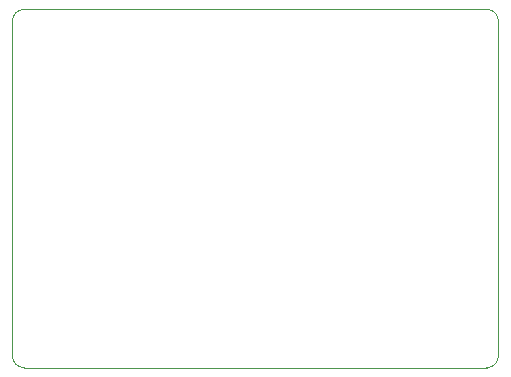
<source format=gbr>
%TF.GenerationSoftware,KiCad,Pcbnew,9.0.0*%
%TF.CreationDate,2025-03-09T00:38:04-06:00*%
%TF.ProjectId,Protyping board,50726f74-7970-4696-9e67-20626f617264,rev?*%
%TF.SameCoordinates,Original*%
%TF.FileFunction,Profile,NP*%
%FSLAX46Y46*%
G04 Gerber Fmt 4.6, Leading zero omitted, Abs format (unit mm)*
G04 Created by KiCad (PCBNEW 9.0.0) date 2025-03-09 00:38:04*
%MOMM*%
%LPD*%
G01*
G04 APERTURE LIST*
%TA.AperFunction,Profile*%
%ADD10C,0.050000*%
%TD*%
G04 APERTURE END LIST*
D10*
X58300000Y-124450000D02*
G75*
G02*
X59300000Y-123450000I1000000J0D01*
G01*
X98450000Y-123450000D02*
G75*
G02*
X99450000Y-124450000I0J-1000000D01*
G01*
X58300000Y-152800000D02*
X58300000Y-124450000D01*
X99450000Y-124450000D02*
X99450000Y-152800000D01*
X99450000Y-152800000D02*
G75*
G02*
X98450000Y-153800000I-1000000J0D01*
G01*
X59300000Y-153800000D02*
G75*
G02*
X58300000Y-152800000I0J1000000D01*
G01*
X59300000Y-123450000D02*
X98450000Y-123450000D01*
X98450000Y-153800000D02*
X59300000Y-153800000D01*
M02*

</source>
